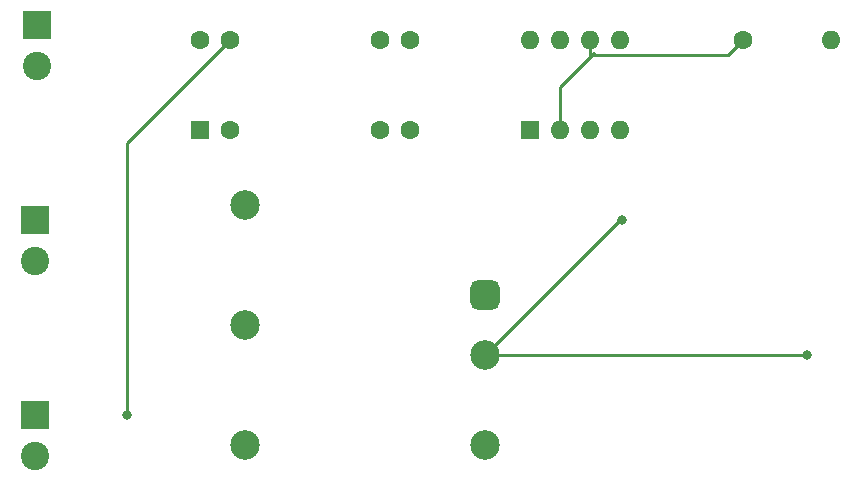
<source format=gbl>
%TF.GenerationSoftware,KiCad,Pcbnew,6.0.8-1.fc36*%
%TF.CreationDate,2022-11-05T02:50:58+01:00*%
%TF.ProjectId,recruiting,72656372-7569-4746-996e-672e6b696361,V0*%
%TF.SameCoordinates,Original*%
%TF.FileFunction,Copper,L2,Bot*%
%TF.FilePolarity,Positive*%
%FSLAX46Y46*%
G04 Gerber Fmt 4.6, Leading zero omitted, Abs format (unit mm)*
G04 Created by KiCad (PCBNEW 6.0.8-1.fc36) date 2022-11-05 02:50:58*
%MOMM*%
%LPD*%
G01*
G04 APERTURE LIST*
G04 Aperture macros list*
%AMRoundRect*
0 Rectangle with rounded corners*
0 $1 Rounding radius*
0 $2 $3 $4 $5 $6 $7 $8 $9 X,Y pos of 4 corners*
0 Add a 4 corners polygon primitive as box body*
4,1,4,$2,$3,$4,$5,$6,$7,$8,$9,$2,$3,0*
0 Add four circle primitives for the rounded corners*
1,1,$1+$1,$2,$3*
1,1,$1+$1,$4,$5*
1,1,$1+$1,$6,$7*
1,1,$1+$1,$8,$9*
0 Add four rect primitives between the rounded corners*
20,1,$1+$1,$2,$3,$4,$5,0*
20,1,$1+$1,$4,$5,$6,$7,0*
20,1,$1+$1,$6,$7,$8,$9,0*
20,1,$1+$1,$8,$9,$2,$3,0*%
G04 Aperture macros list end*
%TA.AperFunction,ComponentPad*%
%ADD10R,1.600000X1.600000*%
%TD*%
%TA.AperFunction,ComponentPad*%
%ADD11O,1.600000X1.600000*%
%TD*%
%TA.AperFunction,ComponentPad*%
%ADD12C,1.600000*%
%TD*%
%TA.AperFunction,ComponentPad*%
%ADD13RoundRect,0.625000X-0.625000X0.625000X-0.625000X-0.625000X0.625000X-0.625000X0.625000X0.625000X0*%
%TD*%
%TA.AperFunction,ComponentPad*%
%ADD14C,2.500000*%
%TD*%
%TA.AperFunction,ComponentPad*%
%ADD15R,2.400000X2.400000*%
%TD*%
%TA.AperFunction,ComponentPad*%
%ADD16C,2.400000*%
%TD*%
%TA.AperFunction,ViaPad*%
%ADD17C,0.800000*%
%TD*%
%TA.AperFunction,Conductor*%
%ADD18C,0.250000*%
%TD*%
G04 APERTURE END LIST*
D10*
%TO.P,U4,1,GND*%
%TO.N,GND*%
X148600000Y-77460000D03*
D11*
%TO.P,U4,2,TR*%
%TO.N,Net-(C2-Pad1)*%
X151140000Y-77460000D03*
%TO.P,U4,3,Q*%
%TO.N,/power_monitor/LED_5V*%
X153680000Y-77460000D03*
%TO.P,U4,4,R*%
%TO.N,/power_monitor/Over_10W*%
X156220000Y-77460000D03*
%TO.P,U4,5,CV*%
%TO.N,Net-(C1-Pad1)*%
X156220000Y-69840000D03*
%TO.P,U4,6,THR*%
%TO.N,Net-(C2-Pad1)*%
X153680000Y-69840000D03*
%TO.P,U4,7,DIS*%
%TO.N,Net-(R5-Pad2)*%
X151140000Y-69840000D03*
%TO.P,U4,8,VCC*%
%TO.N,+5V*%
X148600000Y-69840000D03*
%TD*%
D10*
%TO.P,U3,1,NULL*%
%TO.N,unconnected-(U3-Pad1)*%
X120650000Y-77465000D03*
D12*
%TO.P,U3,2,-*%
%TO.N,/Vin_DCDC*%
X123190000Y-77465000D03*
%TO.P,U3,3,+*%
%TO.N,Net-(R2-Pad2)*%
X135890000Y-77465000D03*
%TO.P,U3,4,V-*%
%TO.N,GND*%
X138430000Y-77465000D03*
%TO.P,U3,5,NULL*%
%TO.N,unconnected-(U3-Pad5)*%
X138430000Y-69845000D03*
%TO.P,U3,6*%
%TO.N,/power_monitor/Over_10W*%
X135890000Y-69845000D03*
%TO.P,U3,7,V+*%
%TO.N,+5V*%
X123190000Y-69845000D03*
%TO.P,U3,8,NC*%
%TO.N,unconnected-(U3-Pad8)*%
X120650000Y-69845000D03*
%TD*%
D13*
%TO.P,U2,1,+VIN*%
%TO.N,/Vin_DCDC*%
X144780000Y-91440000D03*
D14*
%TO.P,U2,2,-VIN*%
%TO.N,GND*%
X144780000Y-96520000D03*
%TO.P,U2,3,+VOUT*%
%TO.N,/Vout_3V3*%
X124460000Y-83820000D03*
%TO.P,U2,4,Common*%
%TO.N,unconnected-(U2-Pad4)*%
X124460000Y-93980000D03*
%TO.P,U2,5,-VOUT*%
%TO.N,GND*%
X124460000Y-104140000D03*
%TO.P,U2,6,On/~{Off}*%
%TO.N,+5V*%
X144780000Y-104140000D03*
%TD*%
D15*
%TO.P,J3,1,Pin_1*%
%TO.N,/Vout_3V3*%
X106680000Y-85090000D03*
D16*
%TO.P,J3,2,Pin_2*%
%TO.N,GND*%
X106680000Y-88590000D03*
%TD*%
D15*
%TO.P,J2,1,Pin_1*%
%TO.N,+5V*%
X106680000Y-101600000D03*
D16*
%TO.P,J2,2,Pin_2*%
%TO.N,GND*%
X106680000Y-105100000D03*
%TD*%
D15*
%TO.P,J1,1,Pin_1*%
%TO.N,/Vin_11-27*%
X106872500Y-68580000D03*
D16*
%TO.P,J1,2,Pin_2*%
%TO.N,GND*%
X106872500Y-72080000D03*
%TD*%
D12*
%TO.P,C2,1*%
%TO.N,Net-(C2-Pad1)*%
X166622500Y-69850000D03*
D11*
%TO.P,C2,2*%
%TO.N,GND*%
X174122500Y-69850000D03*
%TD*%
D17*
%TO.N,+5V*%
X114492500Y-101600000D03*
%TO.N,GND*%
X172080000Y-96520000D03*
X156402500Y-85090000D03*
%TD*%
D18*
%TO.N,+5V*%
X114492500Y-78542500D02*
X114492500Y-101600000D01*
X123190000Y-69845000D02*
X114492500Y-78542500D01*
%TO.N,Net-(C2-Pad1)*%
X153862500Y-71120000D02*
X153680000Y-71302500D01*
X154017500Y-70965000D02*
X153862500Y-71120000D01*
X153862500Y-71120000D02*
X165352500Y-71120000D01*
X165352500Y-71120000D02*
X166622500Y-69850000D01*
X153680000Y-69840000D02*
X153680000Y-71302500D01*
X153680000Y-71302500D02*
X151140000Y-73842500D01*
X151140000Y-73842500D02*
X151140000Y-77460000D01*
%TO.N,GND*%
X172080000Y-96520000D02*
X144780000Y-96520000D01*
X156210000Y-85090000D02*
X156402500Y-85090000D01*
X144780000Y-96520000D02*
X156210000Y-85090000D01*
%TD*%
M02*

</source>
